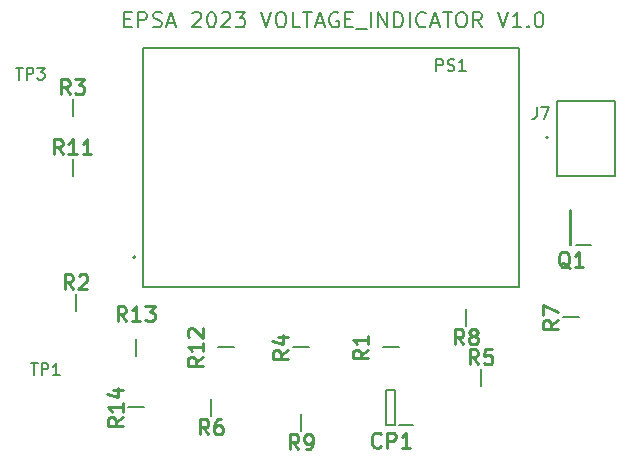
<source format=gbr>
%TF.GenerationSoftware,KiCad,Pcbnew,7.0.2*%
%TF.CreationDate,2023-06-01T11:51:48+02:00*%
%TF.ProjectId,Indicator_voltage,496e6469-6361-4746-9f72-5f766f6c7461,rev?*%
%TF.SameCoordinates,Original*%
%TF.FileFunction,Legend,Top*%
%TF.FilePolarity,Positive*%
%FSLAX46Y46*%
G04 Gerber Fmt 4.6, Leading zero omitted, Abs format (unit mm)*
G04 Created by KiCad (PCBNEW 7.0.2) date 2023-06-01 11:51:48*
%MOMM*%
%LPD*%
G01*
G04 APERTURE LIST*
%ADD10C,0.150000*%
%ADD11C,0.254000*%
%ADD12C,0.200000*%
%ADD13C,0.127000*%
G04 APERTURE END LIST*
D10*
X128579523Y-90599952D02*
X129012857Y-90599952D01*
X129198571Y-91280904D02*
X128579523Y-91280904D01*
X128579523Y-91280904D02*
X128579523Y-89980904D01*
X128579523Y-89980904D02*
X129198571Y-89980904D01*
X129755713Y-91280904D02*
X129755713Y-89980904D01*
X129755713Y-89980904D02*
X130250951Y-89980904D01*
X130250951Y-89980904D02*
X130374761Y-90042809D01*
X130374761Y-90042809D02*
X130436666Y-90104714D01*
X130436666Y-90104714D02*
X130498570Y-90228523D01*
X130498570Y-90228523D02*
X130498570Y-90414238D01*
X130498570Y-90414238D02*
X130436666Y-90538047D01*
X130436666Y-90538047D02*
X130374761Y-90599952D01*
X130374761Y-90599952D02*
X130250951Y-90661857D01*
X130250951Y-90661857D02*
X129755713Y-90661857D01*
X130993809Y-91219000D02*
X131179523Y-91280904D01*
X131179523Y-91280904D02*
X131489047Y-91280904D01*
X131489047Y-91280904D02*
X131612856Y-91219000D01*
X131612856Y-91219000D02*
X131674761Y-91157095D01*
X131674761Y-91157095D02*
X131736666Y-91033285D01*
X131736666Y-91033285D02*
X131736666Y-90909476D01*
X131736666Y-90909476D02*
X131674761Y-90785666D01*
X131674761Y-90785666D02*
X131612856Y-90723761D01*
X131612856Y-90723761D02*
X131489047Y-90661857D01*
X131489047Y-90661857D02*
X131241428Y-90599952D01*
X131241428Y-90599952D02*
X131117618Y-90538047D01*
X131117618Y-90538047D02*
X131055713Y-90476142D01*
X131055713Y-90476142D02*
X130993809Y-90352333D01*
X130993809Y-90352333D02*
X130993809Y-90228523D01*
X130993809Y-90228523D02*
X131055713Y-90104714D01*
X131055713Y-90104714D02*
X131117618Y-90042809D01*
X131117618Y-90042809D02*
X131241428Y-89980904D01*
X131241428Y-89980904D02*
X131550951Y-89980904D01*
X131550951Y-89980904D02*
X131736666Y-90042809D01*
X132231904Y-90909476D02*
X132850951Y-90909476D01*
X132108094Y-91280904D02*
X132541427Y-89980904D01*
X132541427Y-89980904D02*
X132974761Y-91280904D01*
X134336666Y-90104714D02*
X134398570Y-90042809D01*
X134398570Y-90042809D02*
X134522380Y-89980904D01*
X134522380Y-89980904D02*
X134831904Y-89980904D01*
X134831904Y-89980904D02*
X134955713Y-90042809D01*
X134955713Y-90042809D02*
X135017618Y-90104714D01*
X135017618Y-90104714D02*
X135079523Y-90228523D01*
X135079523Y-90228523D02*
X135079523Y-90352333D01*
X135079523Y-90352333D02*
X135017618Y-90538047D01*
X135017618Y-90538047D02*
X134274761Y-91280904D01*
X134274761Y-91280904D02*
X135079523Y-91280904D01*
X135884284Y-89980904D02*
X136008094Y-89980904D01*
X136008094Y-89980904D02*
X136131903Y-90042809D01*
X136131903Y-90042809D02*
X136193808Y-90104714D01*
X136193808Y-90104714D02*
X136255713Y-90228523D01*
X136255713Y-90228523D02*
X136317618Y-90476142D01*
X136317618Y-90476142D02*
X136317618Y-90785666D01*
X136317618Y-90785666D02*
X136255713Y-91033285D01*
X136255713Y-91033285D02*
X136193808Y-91157095D01*
X136193808Y-91157095D02*
X136131903Y-91219000D01*
X136131903Y-91219000D02*
X136008094Y-91280904D01*
X136008094Y-91280904D02*
X135884284Y-91280904D01*
X135884284Y-91280904D02*
X135760475Y-91219000D01*
X135760475Y-91219000D02*
X135698570Y-91157095D01*
X135698570Y-91157095D02*
X135636665Y-91033285D01*
X135636665Y-91033285D02*
X135574761Y-90785666D01*
X135574761Y-90785666D02*
X135574761Y-90476142D01*
X135574761Y-90476142D02*
X135636665Y-90228523D01*
X135636665Y-90228523D02*
X135698570Y-90104714D01*
X135698570Y-90104714D02*
X135760475Y-90042809D01*
X135760475Y-90042809D02*
X135884284Y-89980904D01*
X136812856Y-90104714D02*
X136874760Y-90042809D01*
X136874760Y-90042809D02*
X136998570Y-89980904D01*
X136998570Y-89980904D02*
X137308094Y-89980904D01*
X137308094Y-89980904D02*
X137431903Y-90042809D01*
X137431903Y-90042809D02*
X137493808Y-90104714D01*
X137493808Y-90104714D02*
X137555713Y-90228523D01*
X137555713Y-90228523D02*
X137555713Y-90352333D01*
X137555713Y-90352333D02*
X137493808Y-90538047D01*
X137493808Y-90538047D02*
X136750951Y-91280904D01*
X136750951Y-91280904D02*
X137555713Y-91280904D01*
X137989046Y-89980904D02*
X138793808Y-89980904D01*
X138793808Y-89980904D02*
X138360474Y-90476142D01*
X138360474Y-90476142D02*
X138546189Y-90476142D01*
X138546189Y-90476142D02*
X138669998Y-90538047D01*
X138669998Y-90538047D02*
X138731903Y-90599952D01*
X138731903Y-90599952D02*
X138793808Y-90723761D01*
X138793808Y-90723761D02*
X138793808Y-91033285D01*
X138793808Y-91033285D02*
X138731903Y-91157095D01*
X138731903Y-91157095D02*
X138669998Y-91219000D01*
X138669998Y-91219000D02*
X138546189Y-91280904D01*
X138546189Y-91280904D02*
X138174760Y-91280904D01*
X138174760Y-91280904D02*
X138050951Y-91219000D01*
X138050951Y-91219000D02*
X137989046Y-91157095D01*
X140155712Y-89980904D02*
X140589045Y-91280904D01*
X140589045Y-91280904D02*
X141022379Y-89980904D01*
X141703331Y-89980904D02*
X141950950Y-89980904D01*
X141950950Y-89980904D02*
X142074760Y-90042809D01*
X142074760Y-90042809D02*
X142198569Y-90166619D01*
X142198569Y-90166619D02*
X142260474Y-90414238D01*
X142260474Y-90414238D02*
X142260474Y-90847571D01*
X142260474Y-90847571D02*
X142198569Y-91095190D01*
X142198569Y-91095190D02*
X142074760Y-91219000D01*
X142074760Y-91219000D02*
X141950950Y-91280904D01*
X141950950Y-91280904D02*
X141703331Y-91280904D01*
X141703331Y-91280904D02*
X141579522Y-91219000D01*
X141579522Y-91219000D02*
X141455712Y-91095190D01*
X141455712Y-91095190D02*
X141393808Y-90847571D01*
X141393808Y-90847571D02*
X141393808Y-90414238D01*
X141393808Y-90414238D02*
X141455712Y-90166619D01*
X141455712Y-90166619D02*
X141579522Y-90042809D01*
X141579522Y-90042809D02*
X141703331Y-89980904D01*
X143436665Y-91280904D02*
X142817617Y-91280904D01*
X142817617Y-91280904D02*
X142817617Y-89980904D01*
X143684284Y-89980904D02*
X144427141Y-89980904D01*
X144055713Y-91280904D02*
X144055713Y-89980904D01*
X144798570Y-90909476D02*
X145417617Y-90909476D01*
X144674760Y-91280904D02*
X145108093Y-89980904D01*
X145108093Y-89980904D02*
X145541427Y-91280904D01*
X146655713Y-90042809D02*
X146531903Y-89980904D01*
X146531903Y-89980904D02*
X146346189Y-89980904D01*
X146346189Y-89980904D02*
X146160475Y-90042809D01*
X146160475Y-90042809D02*
X146036665Y-90166619D01*
X146036665Y-90166619D02*
X145974760Y-90290428D01*
X145974760Y-90290428D02*
X145912856Y-90538047D01*
X145912856Y-90538047D02*
X145912856Y-90723761D01*
X145912856Y-90723761D02*
X145974760Y-90971380D01*
X145974760Y-90971380D02*
X146036665Y-91095190D01*
X146036665Y-91095190D02*
X146160475Y-91219000D01*
X146160475Y-91219000D02*
X146346189Y-91280904D01*
X146346189Y-91280904D02*
X146469998Y-91280904D01*
X146469998Y-91280904D02*
X146655713Y-91219000D01*
X146655713Y-91219000D02*
X146717617Y-91157095D01*
X146717617Y-91157095D02*
X146717617Y-90723761D01*
X146717617Y-90723761D02*
X146469998Y-90723761D01*
X147274760Y-90599952D02*
X147708094Y-90599952D01*
X147893808Y-91280904D02*
X147274760Y-91280904D01*
X147274760Y-91280904D02*
X147274760Y-89980904D01*
X147274760Y-89980904D02*
X147893808Y-89980904D01*
X148141427Y-91404714D02*
X149131903Y-91404714D01*
X149441426Y-91280904D02*
X149441426Y-89980904D01*
X150060474Y-91280904D02*
X150060474Y-89980904D01*
X150060474Y-89980904D02*
X150803331Y-91280904D01*
X150803331Y-91280904D02*
X150803331Y-89980904D01*
X151422379Y-91280904D02*
X151422379Y-89980904D01*
X151422379Y-89980904D02*
X151731903Y-89980904D01*
X151731903Y-89980904D02*
X151917617Y-90042809D01*
X151917617Y-90042809D02*
X152041427Y-90166619D01*
X152041427Y-90166619D02*
X152103332Y-90290428D01*
X152103332Y-90290428D02*
X152165236Y-90538047D01*
X152165236Y-90538047D02*
X152165236Y-90723761D01*
X152165236Y-90723761D02*
X152103332Y-90971380D01*
X152103332Y-90971380D02*
X152041427Y-91095190D01*
X152041427Y-91095190D02*
X151917617Y-91219000D01*
X151917617Y-91219000D02*
X151731903Y-91280904D01*
X151731903Y-91280904D02*
X151422379Y-91280904D01*
X152722379Y-91280904D02*
X152722379Y-89980904D01*
X154084284Y-91157095D02*
X154022380Y-91219000D01*
X154022380Y-91219000D02*
X153836665Y-91280904D01*
X153836665Y-91280904D02*
X153712856Y-91280904D01*
X153712856Y-91280904D02*
X153527142Y-91219000D01*
X153527142Y-91219000D02*
X153403332Y-91095190D01*
X153403332Y-91095190D02*
X153341427Y-90971380D01*
X153341427Y-90971380D02*
X153279523Y-90723761D01*
X153279523Y-90723761D02*
X153279523Y-90538047D01*
X153279523Y-90538047D02*
X153341427Y-90290428D01*
X153341427Y-90290428D02*
X153403332Y-90166619D01*
X153403332Y-90166619D02*
X153527142Y-90042809D01*
X153527142Y-90042809D02*
X153712856Y-89980904D01*
X153712856Y-89980904D02*
X153836665Y-89980904D01*
X153836665Y-89980904D02*
X154022380Y-90042809D01*
X154022380Y-90042809D02*
X154084284Y-90104714D01*
X154579523Y-90909476D02*
X155198570Y-90909476D01*
X154455713Y-91280904D02*
X154889046Y-89980904D01*
X154889046Y-89980904D02*
X155322380Y-91280904D01*
X155569999Y-89980904D02*
X156312856Y-89980904D01*
X155941428Y-91280904D02*
X155941428Y-89980904D01*
X156993808Y-89980904D02*
X157241427Y-89980904D01*
X157241427Y-89980904D02*
X157365237Y-90042809D01*
X157365237Y-90042809D02*
X157489046Y-90166619D01*
X157489046Y-90166619D02*
X157550951Y-90414238D01*
X157550951Y-90414238D02*
X157550951Y-90847571D01*
X157550951Y-90847571D02*
X157489046Y-91095190D01*
X157489046Y-91095190D02*
X157365237Y-91219000D01*
X157365237Y-91219000D02*
X157241427Y-91280904D01*
X157241427Y-91280904D02*
X156993808Y-91280904D01*
X156993808Y-91280904D02*
X156869999Y-91219000D01*
X156869999Y-91219000D02*
X156746189Y-91095190D01*
X156746189Y-91095190D02*
X156684285Y-90847571D01*
X156684285Y-90847571D02*
X156684285Y-90414238D01*
X156684285Y-90414238D02*
X156746189Y-90166619D01*
X156746189Y-90166619D02*
X156869999Y-90042809D01*
X156869999Y-90042809D02*
X156993808Y-89980904D01*
X158850951Y-91280904D02*
X158417618Y-90661857D01*
X158108094Y-91280904D02*
X158108094Y-89980904D01*
X158108094Y-89980904D02*
X158603332Y-89980904D01*
X158603332Y-89980904D02*
X158727142Y-90042809D01*
X158727142Y-90042809D02*
X158789047Y-90104714D01*
X158789047Y-90104714D02*
X158850951Y-90228523D01*
X158850951Y-90228523D02*
X158850951Y-90414238D01*
X158850951Y-90414238D02*
X158789047Y-90538047D01*
X158789047Y-90538047D02*
X158727142Y-90599952D01*
X158727142Y-90599952D02*
X158603332Y-90661857D01*
X158603332Y-90661857D02*
X158108094Y-90661857D01*
X160212856Y-89980904D02*
X160646189Y-91280904D01*
X160646189Y-91280904D02*
X161079523Y-89980904D01*
X162193809Y-91280904D02*
X161450952Y-91280904D01*
X161822380Y-91280904D02*
X161822380Y-89980904D01*
X161822380Y-89980904D02*
X161698571Y-90166619D01*
X161698571Y-90166619D02*
X161574761Y-90290428D01*
X161574761Y-90290428D02*
X161450952Y-90352333D01*
X162750951Y-91157095D02*
X162812856Y-91219000D01*
X162812856Y-91219000D02*
X162750951Y-91280904D01*
X162750951Y-91280904D02*
X162689047Y-91219000D01*
X162689047Y-91219000D02*
X162750951Y-91157095D01*
X162750951Y-91157095D02*
X162750951Y-91280904D01*
X163617618Y-89980904D02*
X163741428Y-89980904D01*
X163741428Y-89980904D02*
X163865237Y-90042809D01*
X163865237Y-90042809D02*
X163927142Y-90104714D01*
X163927142Y-90104714D02*
X163989047Y-90228523D01*
X163989047Y-90228523D02*
X164050952Y-90476142D01*
X164050952Y-90476142D02*
X164050952Y-90785666D01*
X164050952Y-90785666D02*
X163989047Y-91033285D01*
X163989047Y-91033285D02*
X163927142Y-91157095D01*
X163927142Y-91157095D02*
X163865237Y-91219000D01*
X163865237Y-91219000D02*
X163741428Y-91280904D01*
X163741428Y-91280904D02*
X163617618Y-91280904D01*
X163617618Y-91280904D02*
X163493809Y-91219000D01*
X163493809Y-91219000D02*
X163431904Y-91157095D01*
X163431904Y-91157095D02*
X163369999Y-91033285D01*
X163369999Y-91033285D02*
X163308095Y-90785666D01*
X163308095Y-90785666D02*
X163308095Y-90476142D01*
X163308095Y-90476142D02*
X163369999Y-90228523D01*
X163369999Y-90228523D02*
X163431904Y-90104714D01*
X163431904Y-90104714D02*
X163493809Y-90042809D01*
X163493809Y-90042809D02*
X163617618Y-89980904D01*
D11*
%TO.C,Q1*%
X166262631Y-111669040D02*
X166141679Y-111608564D01*
X166141679Y-111608564D02*
X166020726Y-111487612D01*
X166020726Y-111487612D02*
X165839298Y-111306183D01*
X165839298Y-111306183D02*
X165718345Y-111245707D01*
X165718345Y-111245707D02*
X165597393Y-111245707D01*
X165657869Y-111548088D02*
X165536917Y-111487612D01*
X165536917Y-111487612D02*
X165415964Y-111366659D01*
X165415964Y-111366659D02*
X165355488Y-111124754D01*
X165355488Y-111124754D02*
X165355488Y-110701421D01*
X165355488Y-110701421D02*
X165415964Y-110459516D01*
X165415964Y-110459516D02*
X165536917Y-110338564D01*
X165536917Y-110338564D02*
X165657869Y-110278088D01*
X165657869Y-110278088D02*
X165899774Y-110278088D01*
X165899774Y-110278088D02*
X166020726Y-110338564D01*
X166020726Y-110338564D02*
X166141679Y-110459516D01*
X166141679Y-110459516D02*
X166202155Y-110701421D01*
X166202155Y-110701421D02*
X166202155Y-111124754D01*
X166202155Y-111124754D02*
X166141679Y-111366659D01*
X166141679Y-111366659D02*
X166020726Y-111487612D01*
X166020726Y-111487612D02*
X165899774Y-111548088D01*
X165899774Y-111548088D02*
X165657869Y-111548088D01*
X167411679Y-111548088D02*
X166685964Y-111548088D01*
X167048821Y-111548088D02*
X167048821Y-110278088D01*
X167048821Y-110278088D02*
X166927869Y-110459516D01*
X166927869Y-110459516D02*
X166806917Y-110580469D01*
X166806917Y-110580469D02*
X166685964Y-110640945D01*
%TO.C,R4*%
X142395555Y-118613567D02*
X141790793Y-119036901D01*
X142395555Y-119339282D02*
X141125555Y-119339282D01*
X141125555Y-119339282D02*
X141125555Y-118855472D01*
X141125555Y-118855472D02*
X141186031Y-118734520D01*
X141186031Y-118734520D02*
X141246507Y-118674043D01*
X141246507Y-118674043D02*
X141367459Y-118613567D01*
X141367459Y-118613567D02*
X141548888Y-118613567D01*
X141548888Y-118613567D02*
X141669840Y-118674043D01*
X141669840Y-118674043D02*
X141730317Y-118734520D01*
X141730317Y-118734520D02*
X141790793Y-118855472D01*
X141790793Y-118855472D02*
X141790793Y-119339282D01*
X141548888Y-117524996D02*
X142395555Y-117524996D01*
X141065079Y-117827377D02*
X141972221Y-118129758D01*
X141972221Y-118129758D02*
X141972221Y-117343567D01*
D10*
%TO.C,TP3*%
X119388095Y-94712619D02*
X119959523Y-94712619D01*
X119673809Y-95712619D02*
X119673809Y-94712619D01*
X120292857Y-95712619D02*
X120292857Y-94712619D01*
X120292857Y-94712619D02*
X120673809Y-94712619D01*
X120673809Y-94712619D02*
X120769047Y-94760238D01*
X120769047Y-94760238D02*
X120816666Y-94807857D01*
X120816666Y-94807857D02*
X120864285Y-94903095D01*
X120864285Y-94903095D02*
X120864285Y-95045952D01*
X120864285Y-95045952D02*
X120816666Y-95141190D01*
X120816666Y-95141190D02*
X120769047Y-95188809D01*
X120769047Y-95188809D02*
X120673809Y-95236428D01*
X120673809Y-95236428D02*
X120292857Y-95236428D01*
X121197619Y-94712619D02*
X121816666Y-94712619D01*
X121816666Y-94712619D02*
X121483333Y-95093571D01*
X121483333Y-95093571D02*
X121626190Y-95093571D01*
X121626190Y-95093571D02*
X121721428Y-95141190D01*
X121721428Y-95141190D02*
X121769047Y-95188809D01*
X121769047Y-95188809D02*
X121816666Y-95284047D01*
X121816666Y-95284047D02*
X121816666Y-95522142D01*
X121816666Y-95522142D02*
X121769047Y-95617380D01*
X121769047Y-95617380D02*
X121721428Y-95665000D01*
X121721428Y-95665000D02*
X121626190Y-95712619D01*
X121626190Y-95712619D02*
X121340476Y-95712619D01*
X121340476Y-95712619D02*
X121245238Y-95665000D01*
X121245238Y-95665000D02*
X121197619Y-95617380D01*
D11*
%TO.C,R7*%
X165255555Y-116073567D02*
X164650793Y-116496901D01*
X165255555Y-116799282D02*
X163985555Y-116799282D01*
X163985555Y-116799282D02*
X163985555Y-116315472D01*
X163985555Y-116315472D02*
X164046031Y-116194520D01*
X164046031Y-116194520D02*
X164106507Y-116134043D01*
X164106507Y-116134043D02*
X164227459Y-116073567D01*
X164227459Y-116073567D02*
X164408888Y-116073567D01*
X164408888Y-116073567D02*
X164529840Y-116134043D01*
X164529840Y-116134043D02*
X164590317Y-116194520D01*
X164590317Y-116194520D02*
X164650793Y-116315472D01*
X164650793Y-116315472D02*
X164650793Y-116799282D01*
X163985555Y-115650234D02*
X163985555Y-114803567D01*
X163985555Y-114803567D02*
X165255555Y-115347853D01*
%TO.C,R8*%
X157280234Y-118139497D02*
X156856900Y-117534735D01*
X156554519Y-118139497D02*
X156554519Y-116869497D01*
X156554519Y-116869497D02*
X157038329Y-116869497D01*
X157038329Y-116869497D02*
X157159281Y-116929973D01*
X157159281Y-116929973D02*
X157219758Y-116990449D01*
X157219758Y-116990449D02*
X157280234Y-117111401D01*
X157280234Y-117111401D02*
X157280234Y-117292830D01*
X157280234Y-117292830D02*
X157219758Y-117413782D01*
X157219758Y-117413782D02*
X157159281Y-117474259D01*
X157159281Y-117474259D02*
X157038329Y-117534735D01*
X157038329Y-117534735D02*
X156554519Y-117534735D01*
X158005948Y-117413782D02*
X157884996Y-117353306D01*
X157884996Y-117353306D02*
X157824519Y-117292830D01*
X157824519Y-117292830D02*
X157764043Y-117171878D01*
X157764043Y-117171878D02*
X157764043Y-117111401D01*
X157764043Y-117111401D02*
X157824519Y-116990449D01*
X157824519Y-116990449D02*
X157884996Y-116929973D01*
X157884996Y-116929973D02*
X158005948Y-116869497D01*
X158005948Y-116869497D02*
X158247853Y-116869497D01*
X158247853Y-116869497D02*
X158368805Y-116929973D01*
X158368805Y-116929973D02*
X158429281Y-116990449D01*
X158429281Y-116990449D02*
X158489758Y-117111401D01*
X158489758Y-117111401D02*
X158489758Y-117171878D01*
X158489758Y-117171878D02*
X158429281Y-117292830D01*
X158429281Y-117292830D02*
X158368805Y-117353306D01*
X158368805Y-117353306D02*
X158247853Y-117413782D01*
X158247853Y-117413782D02*
X158005948Y-117413782D01*
X158005948Y-117413782D02*
X157884996Y-117474259D01*
X157884996Y-117474259D02*
X157824519Y-117534735D01*
X157824519Y-117534735D02*
X157764043Y-117655687D01*
X157764043Y-117655687D02*
X157764043Y-117897592D01*
X157764043Y-117897592D02*
X157824519Y-118018544D01*
X157824519Y-118018544D02*
X157884996Y-118079021D01*
X157884996Y-118079021D02*
X158005948Y-118139497D01*
X158005948Y-118139497D02*
X158247853Y-118139497D01*
X158247853Y-118139497D02*
X158368805Y-118079021D01*
X158368805Y-118079021D02*
X158429281Y-118018544D01*
X158429281Y-118018544D02*
X158489758Y-117897592D01*
X158489758Y-117897592D02*
X158489758Y-117655687D01*
X158489758Y-117655687D02*
X158429281Y-117534735D01*
X158429281Y-117534735D02*
X158368805Y-117474259D01*
X158368805Y-117474259D02*
X158247853Y-117413782D01*
D10*
%TO.C,PS1*%
X154995714Y-94976619D02*
X154995714Y-93976619D01*
X154995714Y-93976619D02*
X155376666Y-93976619D01*
X155376666Y-93976619D02*
X155471904Y-94024238D01*
X155471904Y-94024238D02*
X155519523Y-94071857D01*
X155519523Y-94071857D02*
X155567142Y-94167095D01*
X155567142Y-94167095D02*
X155567142Y-94309952D01*
X155567142Y-94309952D02*
X155519523Y-94405190D01*
X155519523Y-94405190D02*
X155471904Y-94452809D01*
X155471904Y-94452809D02*
X155376666Y-94500428D01*
X155376666Y-94500428D02*
X154995714Y-94500428D01*
X155948095Y-94929000D02*
X156090952Y-94976619D01*
X156090952Y-94976619D02*
X156329047Y-94976619D01*
X156329047Y-94976619D02*
X156424285Y-94929000D01*
X156424285Y-94929000D02*
X156471904Y-94881380D01*
X156471904Y-94881380D02*
X156519523Y-94786142D01*
X156519523Y-94786142D02*
X156519523Y-94690904D01*
X156519523Y-94690904D02*
X156471904Y-94595666D01*
X156471904Y-94595666D02*
X156424285Y-94548047D01*
X156424285Y-94548047D02*
X156329047Y-94500428D01*
X156329047Y-94500428D02*
X156138571Y-94452809D01*
X156138571Y-94452809D02*
X156043333Y-94405190D01*
X156043333Y-94405190D02*
X155995714Y-94357571D01*
X155995714Y-94357571D02*
X155948095Y-94262333D01*
X155948095Y-94262333D02*
X155948095Y-94167095D01*
X155948095Y-94167095D02*
X155995714Y-94071857D01*
X155995714Y-94071857D02*
X156043333Y-94024238D01*
X156043333Y-94024238D02*
X156138571Y-93976619D01*
X156138571Y-93976619D02*
X156376666Y-93976619D01*
X156376666Y-93976619D02*
X156519523Y-94024238D01*
X157471904Y-94976619D02*
X156900476Y-94976619D01*
X157186190Y-94976619D02*
X157186190Y-93976619D01*
X157186190Y-93976619D02*
X157090952Y-94119476D01*
X157090952Y-94119476D02*
X156995714Y-94214714D01*
X156995714Y-94214714D02*
X156900476Y-94262333D01*
%TO.C,*%
D11*
%TO.C,R13*%
X128723571Y-116157526D02*
X128300237Y-115552764D01*
X127997856Y-116157526D02*
X127997856Y-114887526D01*
X127997856Y-114887526D02*
X128481666Y-114887526D01*
X128481666Y-114887526D02*
X128602618Y-114948002D01*
X128602618Y-114948002D02*
X128663095Y-115008478D01*
X128663095Y-115008478D02*
X128723571Y-115129430D01*
X128723571Y-115129430D02*
X128723571Y-115310859D01*
X128723571Y-115310859D02*
X128663095Y-115431811D01*
X128663095Y-115431811D02*
X128602618Y-115492288D01*
X128602618Y-115492288D02*
X128481666Y-115552764D01*
X128481666Y-115552764D02*
X127997856Y-115552764D01*
X129933095Y-116157526D02*
X129207380Y-116157526D01*
X129570237Y-116157526D02*
X129570237Y-114887526D01*
X129570237Y-114887526D02*
X129449285Y-115068954D01*
X129449285Y-115068954D02*
X129328333Y-115189907D01*
X129328333Y-115189907D02*
X129207380Y-115250383D01*
X130356428Y-114887526D02*
X131142619Y-114887526D01*
X131142619Y-114887526D02*
X130719285Y-115371335D01*
X130719285Y-115371335D02*
X130900714Y-115371335D01*
X130900714Y-115371335D02*
X131021666Y-115431811D01*
X131021666Y-115431811D02*
X131082142Y-115492288D01*
X131082142Y-115492288D02*
X131142619Y-115613240D01*
X131142619Y-115613240D02*
X131142619Y-115915621D01*
X131142619Y-115915621D02*
X131082142Y-116036573D01*
X131082142Y-116036573D02*
X131021666Y-116097050D01*
X131021666Y-116097050D02*
X130900714Y-116157526D01*
X130900714Y-116157526D02*
X130537857Y-116157526D01*
X130537857Y-116157526D02*
X130416904Y-116097050D01*
X130416904Y-116097050D02*
X130356428Y-116036573D01*
%TO.C,R14*%
X128425555Y-124298329D02*
X127820793Y-124721663D01*
X128425555Y-125024044D02*
X127155555Y-125024044D01*
X127155555Y-125024044D02*
X127155555Y-124540234D01*
X127155555Y-124540234D02*
X127216031Y-124419282D01*
X127216031Y-124419282D02*
X127276507Y-124358805D01*
X127276507Y-124358805D02*
X127397459Y-124298329D01*
X127397459Y-124298329D02*
X127578888Y-124298329D01*
X127578888Y-124298329D02*
X127699840Y-124358805D01*
X127699840Y-124358805D02*
X127760317Y-124419282D01*
X127760317Y-124419282D02*
X127820793Y-124540234D01*
X127820793Y-124540234D02*
X127820793Y-125024044D01*
X128425555Y-123088805D02*
X128425555Y-123814520D01*
X128425555Y-123451663D02*
X127155555Y-123451663D01*
X127155555Y-123451663D02*
X127336983Y-123572615D01*
X127336983Y-123572615D02*
X127457936Y-123693567D01*
X127457936Y-123693567D02*
X127518412Y-123814520D01*
X127578888Y-122000234D02*
X128425555Y-122000234D01*
X127095079Y-122302615D02*
X128002221Y-122604996D01*
X128002221Y-122604996D02*
X128002221Y-121818805D01*
%TO.C,R9*%
X143310234Y-127029497D02*
X142886900Y-126424735D01*
X142584519Y-127029497D02*
X142584519Y-125759497D01*
X142584519Y-125759497D02*
X143068329Y-125759497D01*
X143068329Y-125759497D02*
X143189281Y-125819973D01*
X143189281Y-125819973D02*
X143249758Y-125880449D01*
X143249758Y-125880449D02*
X143310234Y-126001401D01*
X143310234Y-126001401D02*
X143310234Y-126182830D01*
X143310234Y-126182830D02*
X143249758Y-126303782D01*
X143249758Y-126303782D02*
X143189281Y-126364259D01*
X143189281Y-126364259D02*
X143068329Y-126424735D01*
X143068329Y-126424735D02*
X142584519Y-126424735D01*
X143914996Y-127029497D02*
X144156900Y-127029497D01*
X144156900Y-127029497D02*
X144277853Y-126969021D01*
X144277853Y-126969021D02*
X144338329Y-126908544D01*
X144338329Y-126908544D02*
X144459281Y-126727116D01*
X144459281Y-126727116D02*
X144519758Y-126485211D01*
X144519758Y-126485211D02*
X144519758Y-126001401D01*
X144519758Y-126001401D02*
X144459281Y-125880449D01*
X144459281Y-125880449D02*
X144398805Y-125819973D01*
X144398805Y-125819973D02*
X144277853Y-125759497D01*
X144277853Y-125759497D02*
X144035948Y-125759497D01*
X144035948Y-125759497D02*
X143914996Y-125819973D01*
X143914996Y-125819973D02*
X143854519Y-125880449D01*
X143854519Y-125880449D02*
X143794043Y-126001401D01*
X143794043Y-126001401D02*
X143794043Y-126303782D01*
X143794043Y-126303782D02*
X143854519Y-126424735D01*
X143854519Y-126424735D02*
X143914996Y-126485211D01*
X143914996Y-126485211D02*
X144035948Y-126545687D01*
X144035948Y-126545687D02*
X144277853Y-126545687D01*
X144277853Y-126545687D02*
X144398805Y-126485211D01*
X144398805Y-126485211D02*
X144459281Y-126424735D01*
X144459281Y-126424735D02*
X144519758Y-126303782D01*
%TO.C,R1*%
X149177526Y-118589765D02*
X148572764Y-119013099D01*
X149177526Y-119315480D02*
X147907526Y-119315480D01*
X147907526Y-119315480D02*
X147907526Y-118831670D01*
X147907526Y-118831670D02*
X147968002Y-118710718D01*
X147968002Y-118710718D02*
X148028478Y-118650241D01*
X148028478Y-118650241D02*
X148149430Y-118589765D01*
X148149430Y-118589765D02*
X148330859Y-118589765D01*
X148330859Y-118589765D02*
X148451811Y-118650241D01*
X148451811Y-118650241D02*
X148512288Y-118710718D01*
X148512288Y-118710718D02*
X148572764Y-118831670D01*
X148572764Y-118831670D02*
X148572764Y-119315480D01*
X149177526Y-117380241D02*
X149177526Y-118105956D01*
X149177526Y-117743099D02*
X147907526Y-117743099D01*
X147907526Y-117743099D02*
X148088954Y-117864051D01*
X148088954Y-117864051D02*
X148209907Y-117985003D01*
X148209907Y-117985003D02*
X148270383Y-118105956D01*
D10*
%TO.C,J7*%
X163496666Y-98040619D02*
X163496666Y-98754904D01*
X163496666Y-98754904D02*
X163449047Y-98897761D01*
X163449047Y-98897761D02*
X163353809Y-98993000D01*
X163353809Y-98993000D02*
X163210952Y-99040619D01*
X163210952Y-99040619D02*
X163115714Y-99040619D01*
X163877619Y-98040619D02*
X164544285Y-98040619D01*
X164544285Y-98040619D02*
X164115714Y-99040619D01*
%TO.C,*%
D11*
%TO.C,R6*%
X135690234Y-125759497D02*
X135266900Y-125154735D01*
X134964519Y-125759497D02*
X134964519Y-124489497D01*
X134964519Y-124489497D02*
X135448329Y-124489497D01*
X135448329Y-124489497D02*
X135569281Y-124549973D01*
X135569281Y-124549973D02*
X135629758Y-124610449D01*
X135629758Y-124610449D02*
X135690234Y-124731401D01*
X135690234Y-124731401D02*
X135690234Y-124912830D01*
X135690234Y-124912830D02*
X135629758Y-125033782D01*
X135629758Y-125033782D02*
X135569281Y-125094259D01*
X135569281Y-125094259D02*
X135448329Y-125154735D01*
X135448329Y-125154735D02*
X134964519Y-125154735D01*
X136778805Y-124489497D02*
X136536900Y-124489497D01*
X136536900Y-124489497D02*
X136415948Y-124549973D01*
X136415948Y-124549973D02*
X136355472Y-124610449D01*
X136355472Y-124610449D02*
X136234519Y-124791878D01*
X136234519Y-124791878D02*
X136174043Y-125033782D01*
X136174043Y-125033782D02*
X136174043Y-125517592D01*
X136174043Y-125517592D02*
X136234519Y-125638544D01*
X136234519Y-125638544D02*
X136294996Y-125699021D01*
X136294996Y-125699021D02*
X136415948Y-125759497D01*
X136415948Y-125759497D02*
X136657853Y-125759497D01*
X136657853Y-125759497D02*
X136778805Y-125699021D01*
X136778805Y-125699021D02*
X136839281Y-125638544D01*
X136839281Y-125638544D02*
X136899758Y-125517592D01*
X136899758Y-125517592D02*
X136899758Y-125215211D01*
X136899758Y-125215211D02*
X136839281Y-125094259D01*
X136839281Y-125094259D02*
X136778805Y-125033782D01*
X136778805Y-125033782D02*
X136657853Y-124973306D01*
X136657853Y-124973306D02*
X136415948Y-124973306D01*
X136415948Y-124973306D02*
X136294996Y-125033782D01*
X136294996Y-125033782D02*
X136234519Y-125094259D01*
X136234519Y-125094259D02*
X136174043Y-125215211D01*
D10*
%TO.C,TP1*%
X120658095Y-119732619D02*
X121229523Y-119732619D01*
X120943809Y-120732619D02*
X120943809Y-119732619D01*
X121562857Y-120732619D02*
X121562857Y-119732619D01*
X121562857Y-119732619D02*
X121943809Y-119732619D01*
X121943809Y-119732619D02*
X122039047Y-119780238D01*
X122039047Y-119780238D02*
X122086666Y-119827857D01*
X122086666Y-119827857D02*
X122134285Y-119923095D01*
X122134285Y-119923095D02*
X122134285Y-120065952D01*
X122134285Y-120065952D02*
X122086666Y-120161190D01*
X122086666Y-120161190D02*
X122039047Y-120208809D01*
X122039047Y-120208809D02*
X121943809Y-120256428D01*
X121943809Y-120256428D02*
X121562857Y-120256428D01*
X123086666Y-120732619D02*
X122515238Y-120732619D01*
X122800952Y-120732619D02*
X122800952Y-119732619D01*
X122800952Y-119732619D02*
X122705714Y-119875476D01*
X122705714Y-119875476D02*
X122610476Y-119970714D01*
X122610476Y-119970714D02*
X122515238Y-120018333D01*
D11*
%TO.C,R2*%
X124236432Y-113465555D02*
X123813098Y-112860793D01*
X123510717Y-113465555D02*
X123510717Y-112195555D01*
X123510717Y-112195555D02*
X123994527Y-112195555D01*
X123994527Y-112195555D02*
X124115479Y-112256031D01*
X124115479Y-112256031D02*
X124175956Y-112316507D01*
X124175956Y-112316507D02*
X124236432Y-112437459D01*
X124236432Y-112437459D02*
X124236432Y-112618888D01*
X124236432Y-112618888D02*
X124175956Y-112739840D01*
X124175956Y-112739840D02*
X124115479Y-112800317D01*
X124115479Y-112800317D02*
X123994527Y-112860793D01*
X123994527Y-112860793D02*
X123510717Y-112860793D01*
X124720241Y-112316507D02*
X124780717Y-112256031D01*
X124780717Y-112256031D02*
X124901670Y-112195555D01*
X124901670Y-112195555D02*
X125204051Y-112195555D01*
X125204051Y-112195555D02*
X125325003Y-112256031D01*
X125325003Y-112256031D02*
X125385479Y-112316507D01*
X125385479Y-112316507D02*
X125445956Y-112437459D01*
X125445956Y-112437459D02*
X125445956Y-112558412D01*
X125445956Y-112558412D02*
X125385479Y-112739840D01*
X125385479Y-112739840D02*
X124659765Y-113465555D01*
X124659765Y-113465555D02*
X125445956Y-113465555D01*
D10*
%TO.C,*%
D11*
%TO.C,CP1*%
X150283333Y-126757612D02*
X150222857Y-126818089D01*
X150222857Y-126818089D02*
X150041428Y-126878565D01*
X150041428Y-126878565D02*
X149920476Y-126878565D01*
X149920476Y-126878565D02*
X149739047Y-126818089D01*
X149739047Y-126818089D02*
X149618095Y-126697136D01*
X149618095Y-126697136D02*
X149557618Y-126576184D01*
X149557618Y-126576184D02*
X149497142Y-126334279D01*
X149497142Y-126334279D02*
X149497142Y-126152850D01*
X149497142Y-126152850D02*
X149557618Y-125910946D01*
X149557618Y-125910946D02*
X149618095Y-125789993D01*
X149618095Y-125789993D02*
X149739047Y-125669041D01*
X149739047Y-125669041D02*
X149920476Y-125608565D01*
X149920476Y-125608565D02*
X150041428Y-125608565D01*
X150041428Y-125608565D02*
X150222857Y-125669041D01*
X150222857Y-125669041D02*
X150283333Y-125729517D01*
X150827618Y-126878565D02*
X150827618Y-125608565D01*
X150827618Y-125608565D02*
X151311428Y-125608565D01*
X151311428Y-125608565D02*
X151432380Y-125669041D01*
X151432380Y-125669041D02*
X151492857Y-125729517D01*
X151492857Y-125729517D02*
X151553333Y-125850469D01*
X151553333Y-125850469D02*
X151553333Y-126031898D01*
X151553333Y-126031898D02*
X151492857Y-126152850D01*
X151492857Y-126152850D02*
X151432380Y-126213327D01*
X151432380Y-126213327D02*
X151311428Y-126273803D01*
X151311428Y-126273803D02*
X150827618Y-126273803D01*
X152762857Y-126878565D02*
X152037142Y-126878565D01*
X152399999Y-126878565D02*
X152399999Y-125608565D01*
X152399999Y-125608565D02*
X152279047Y-125789993D01*
X152279047Y-125789993D02*
X152158095Y-125910946D01*
X152158095Y-125910946D02*
X152037142Y-125971422D01*
%TO.C,R5*%
X158526432Y-119815555D02*
X158103098Y-119210793D01*
X157800717Y-119815555D02*
X157800717Y-118545555D01*
X157800717Y-118545555D02*
X158284527Y-118545555D01*
X158284527Y-118545555D02*
X158405479Y-118606031D01*
X158405479Y-118606031D02*
X158465956Y-118666507D01*
X158465956Y-118666507D02*
X158526432Y-118787459D01*
X158526432Y-118787459D02*
X158526432Y-118968888D01*
X158526432Y-118968888D02*
X158465956Y-119089840D01*
X158465956Y-119089840D02*
X158405479Y-119150317D01*
X158405479Y-119150317D02*
X158284527Y-119210793D01*
X158284527Y-119210793D02*
X157800717Y-119210793D01*
X159675479Y-118545555D02*
X159070717Y-118545555D01*
X159070717Y-118545555D02*
X159010241Y-119150317D01*
X159010241Y-119150317D02*
X159070717Y-119089840D01*
X159070717Y-119089840D02*
X159191670Y-119029364D01*
X159191670Y-119029364D02*
X159494051Y-119029364D01*
X159494051Y-119029364D02*
X159615003Y-119089840D01*
X159615003Y-119089840D02*
X159675479Y-119150317D01*
X159675479Y-119150317D02*
X159735956Y-119271269D01*
X159735956Y-119271269D02*
X159735956Y-119573650D01*
X159735956Y-119573650D02*
X159675479Y-119694602D01*
X159675479Y-119694602D02*
X159615003Y-119755079D01*
X159615003Y-119755079D02*
X159494051Y-119815555D01*
X159494051Y-119815555D02*
X159191670Y-119815555D01*
X159191670Y-119815555D02*
X159070717Y-119755079D01*
X159070717Y-119755079D02*
X159010241Y-119694602D01*
%TO.C,R12*%
X135207526Y-119194527D02*
X134602764Y-119617861D01*
X135207526Y-119920242D02*
X133937526Y-119920242D01*
X133937526Y-119920242D02*
X133937526Y-119436432D01*
X133937526Y-119436432D02*
X133998002Y-119315480D01*
X133998002Y-119315480D02*
X134058478Y-119255003D01*
X134058478Y-119255003D02*
X134179430Y-119194527D01*
X134179430Y-119194527D02*
X134360859Y-119194527D01*
X134360859Y-119194527D02*
X134481811Y-119255003D01*
X134481811Y-119255003D02*
X134542288Y-119315480D01*
X134542288Y-119315480D02*
X134602764Y-119436432D01*
X134602764Y-119436432D02*
X134602764Y-119920242D01*
X135207526Y-117985003D02*
X135207526Y-118710718D01*
X135207526Y-118347861D02*
X133937526Y-118347861D01*
X133937526Y-118347861D02*
X134118954Y-118468813D01*
X134118954Y-118468813D02*
X134239907Y-118589765D01*
X134239907Y-118589765D02*
X134300383Y-118710718D01*
X134058478Y-117501194D02*
X133998002Y-117440718D01*
X133998002Y-117440718D02*
X133937526Y-117319765D01*
X133937526Y-117319765D02*
X133937526Y-117017384D01*
X133937526Y-117017384D02*
X133998002Y-116896432D01*
X133998002Y-116896432D02*
X134058478Y-116835956D01*
X134058478Y-116835956D02*
X134179430Y-116775479D01*
X134179430Y-116775479D02*
X134300383Y-116775479D01*
X134300383Y-116775479D02*
X134481811Y-116835956D01*
X134481811Y-116835956D02*
X135207526Y-117561670D01*
X135207526Y-117561670D02*
X135207526Y-116775479D01*
%TO.C,R3*%
X123956432Y-96955555D02*
X123533098Y-96350793D01*
X123230717Y-96955555D02*
X123230717Y-95685555D01*
X123230717Y-95685555D02*
X123714527Y-95685555D01*
X123714527Y-95685555D02*
X123835479Y-95746031D01*
X123835479Y-95746031D02*
X123895956Y-95806507D01*
X123895956Y-95806507D02*
X123956432Y-95927459D01*
X123956432Y-95927459D02*
X123956432Y-96108888D01*
X123956432Y-96108888D02*
X123895956Y-96229840D01*
X123895956Y-96229840D02*
X123835479Y-96290317D01*
X123835479Y-96290317D02*
X123714527Y-96350793D01*
X123714527Y-96350793D02*
X123230717Y-96350793D01*
X124379765Y-95685555D02*
X125165956Y-95685555D01*
X125165956Y-95685555D02*
X124742622Y-96169364D01*
X124742622Y-96169364D02*
X124924051Y-96169364D01*
X124924051Y-96169364D02*
X125045003Y-96229840D01*
X125045003Y-96229840D02*
X125105479Y-96290317D01*
X125105479Y-96290317D02*
X125165956Y-96411269D01*
X125165956Y-96411269D02*
X125165956Y-96713650D01*
X125165956Y-96713650D02*
X125105479Y-96834602D01*
X125105479Y-96834602D02*
X125045003Y-96895079D01*
X125045003Y-96895079D02*
X124924051Y-96955555D01*
X124924051Y-96955555D02*
X124561194Y-96955555D01*
X124561194Y-96955555D02*
X124440241Y-96895079D01*
X124440241Y-96895079D02*
X124379765Y-96834602D01*
%TO.C,R11*%
X123351670Y-102035555D02*
X122928336Y-101430793D01*
X122625955Y-102035555D02*
X122625955Y-100765555D01*
X122625955Y-100765555D02*
X123109765Y-100765555D01*
X123109765Y-100765555D02*
X123230717Y-100826031D01*
X123230717Y-100826031D02*
X123291194Y-100886507D01*
X123291194Y-100886507D02*
X123351670Y-101007459D01*
X123351670Y-101007459D02*
X123351670Y-101188888D01*
X123351670Y-101188888D02*
X123291194Y-101309840D01*
X123291194Y-101309840D02*
X123230717Y-101370317D01*
X123230717Y-101370317D02*
X123109765Y-101430793D01*
X123109765Y-101430793D02*
X122625955Y-101430793D01*
X124561194Y-102035555D02*
X123835479Y-102035555D01*
X124198336Y-102035555D02*
X124198336Y-100765555D01*
X124198336Y-100765555D02*
X124077384Y-100946983D01*
X124077384Y-100946983D02*
X123956432Y-101067936D01*
X123956432Y-101067936D02*
X123835479Y-101128412D01*
X125770718Y-102035555D02*
X125045003Y-102035555D01*
X125407860Y-102035555D02*
X125407860Y-100765555D01*
X125407860Y-100765555D02*
X125286908Y-100946983D01*
X125286908Y-100946983D02*
X125165956Y-101067936D01*
X125165956Y-101067936D02*
X125045003Y-101128412D01*
D12*
%TO.C,Q1*%
X168070000Y-109730000D02*
X166770000Y-109730000D01*
X166420000Y-109690000D02*
X166320000Y-109690000D01*
X166420000Y-106770000D02*
X166420000Y-109690000D01*
X166320000Y-109690000D02*
X166320000Y-106770000D01*
X166320000Y-106770000D02*
X166420000Y-106770000D01*
%TO.C,R4*%
X142810000Y-118390000D02*
X144210000Y-118390000D01*
%TO.C,R7*%
X165670000Y-115850000D02*
X167070000Y-115850000D01*
%TO.C,R8*%
X157480000Y-116550000D02*
X157480000Y-115150000D01*
D13*
%TO.C,PS1*%
X161950000Y-113300000D02*
X161950000Y-93000000D01*
X161950000Y-93000000D02*
X130150000Y-93000000D01*
X130150000Y-113300000D02*
X161950000Y-113300000D01*
X130150000Y-93000000D02*
X130150000Y-113300000D01*
D12*
X129500000Y-110760000D02*
G75*
G03*
X129500000Y-110760000I-100000J0D01*
G01*
%TO.C,R13*%
X129540000Y-119090000D02*
X129540000Y-117690000D01*
%TO.C,R14*%
X128840000Y-123470000D02*
X130240000Y-123470000D01*
%TO.C,R9*%
X143510000Y-125440000D02*
X143510000Y-124040000D01*
%TO.C,R1*%
X151830000Y-118390000D02*
X150430000Y-118390000D01*
D13*
%TO.C,J7*%
X165175000Y-97510000D02*
X170105000Y-97510000D01*
X165175000Y-103860000D02*
X165175000Y-97510000D01*
X170105000Y-97510000D02*
X170105000Y-103860000D01*
X170105000Y-103860000D02*
X165175000Y-103860000D01*
D12*
X164470000Y-100610000D02*
G75*
G03*
X164470000Y-100610000I-100000J0D01*
G01*
%TO.C,R6*%
X135890000Y-124170000D02*
X135890000Y-122770000D01*
%TO.C,R2*%
X124460000Y-113880000D02*
X124460000Y-115280000D01*
%TO.C,CP1*%
X153005000Y-124970000D02*
X151855000Y-124970000D01*
X151505000Y-124920000D02*
X150755000Y-124920000D01*
X151505000Y-122020000D02*
X151505000Y-124920000D01*
X150755000Y-124920000D02*
X150755000Y-122020000D01*
X150755000Y-122020000D02*
X151505000Y-122020000D01*
%TO.C,R5*%
X158750000Y-120230000D02*
X158750000Y-121630000D01*
%TO.C,R12*%
X137860000Y-118390000D02*
X136460000Y-118390000D01*
%TO.C,R3*%
X124180000Y-97370000D02*
X124180000Y-98770000D01*
%TO.C,R11*%
X124180000Y-102450000D02*
X124180000Y-103850000D01*
%TD*%
M02*

</source>
